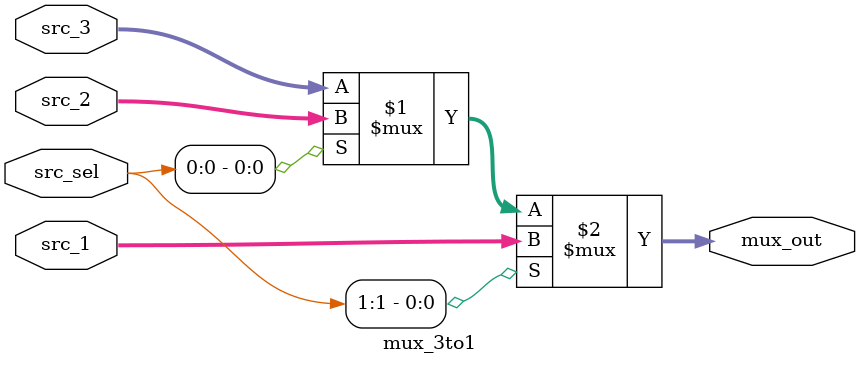
<source format=v>
`timescale 1ns / 1ps

module mux_3to1(src_1, src_2, src_3,src_sel,
  
                mux_out  
    );
    
input[7:0] src_1, src_2, src_3;
input[1:0] src_sel;
  
output wire[7:0] mux_out;    
    
assign mux_out = src_sel[1] ? src_1 : (src_sel[0] ? src_2 : src_3);   
 
endmodule

</source>
